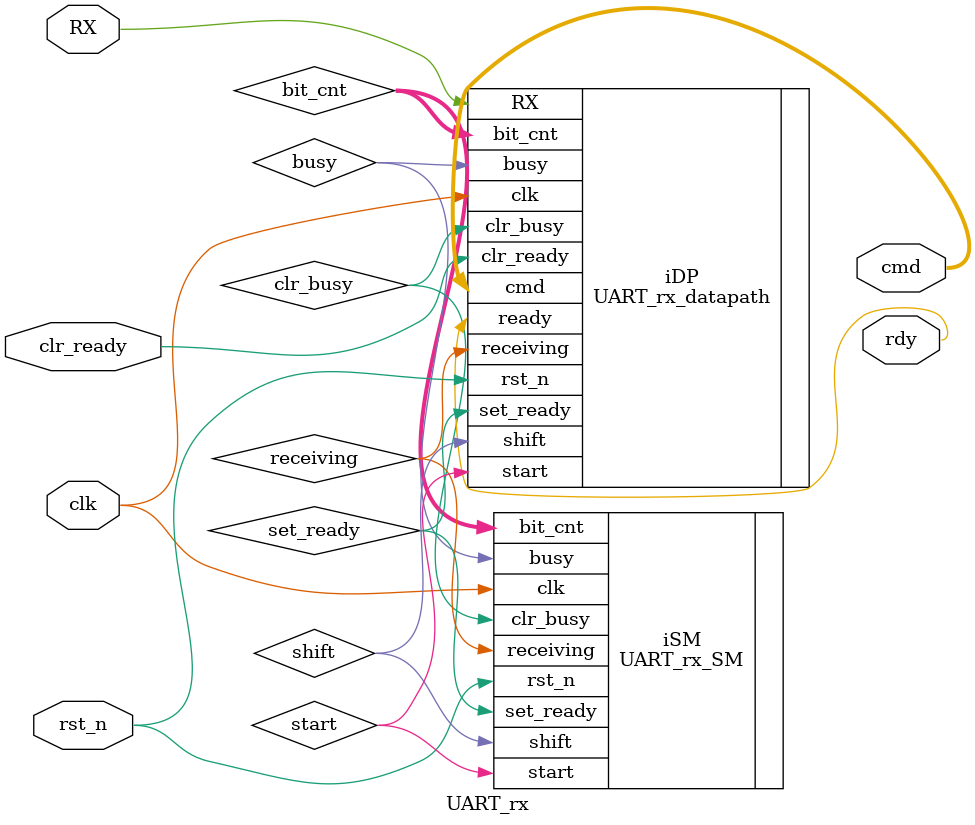
<source format=sv>
module UART_rx(clk, rst_n, RX, rdy, cmd, clr_ready);
	input clk, rst_n, RX, clr_ready;
	output rdy;
	output[7:0] cmd;
	wire receiving, shift, busy, clr_busy, start, set_ready;
	wire[3:0] bit_cnt;
	
	// State machine instance
	UART_rx_SM iSM(.clk(clk), .rst_n(rst_n), .shift(shift), .receiving(receiving),
					.busy(busy), .clr_busy(clr_busy), .start(start), .bit_cnt(bit_cnt), .set_ready(set_ready));
	// Datapath instance
	UART_rx_datapath iDP(.clk(clk), .rst_n(rst_n), .start(start), .receiving(receiving),
							.shift(shift), .cmd(cmd), .RX(RX), .clr_busy(clr_busy), .busy(busy), 
							.bit_cnt(bit_cnt), .set_ready(set_ready), .clr_ready(clr_ready), .ready(rdy));
	
endmodule
</source>
